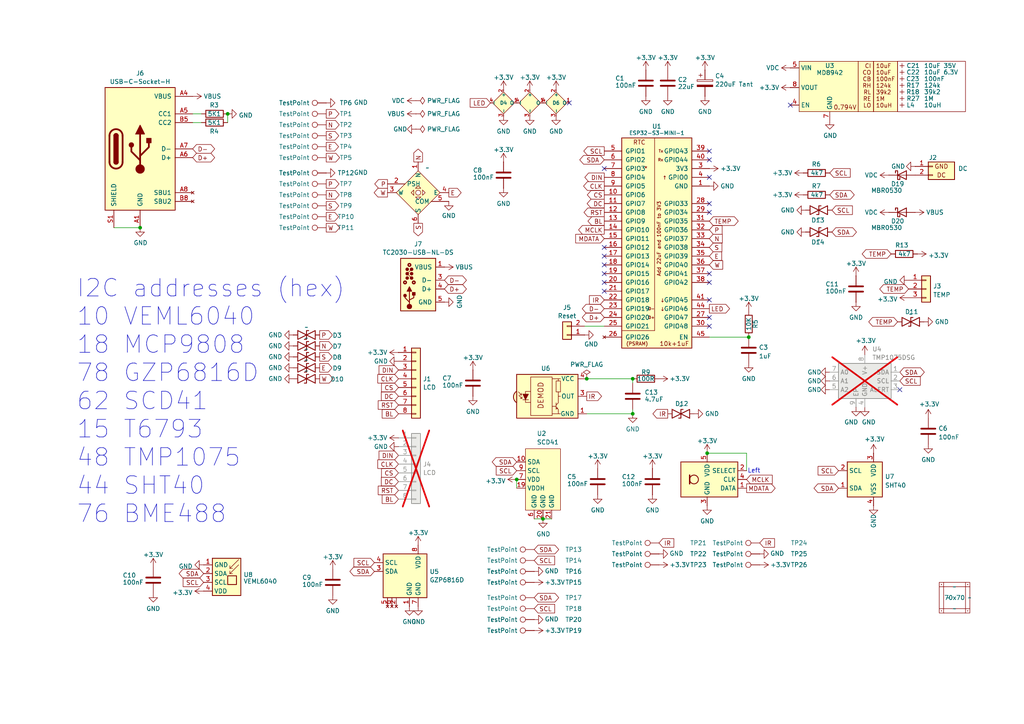
<source format=kicad_sch>
(kicad_sch (version 20250114) (generator "eeschema") (generator_version "9.0")
  (paper "A4")
  (title_block (title "Remote") (company "Adrian Kennard / Andrews & Arnold Ltd") (comment 1 "@TheRealRevK") (comment 2 "www.me.uk"))
  (text "I2C addresses (hex)\n10 VEML6040\n18 MCP9808\n78 GZP6816D\n62 SCD41\n15 T6793\n48 TMP1075\n44 SHT40\n76 BME488" (at 22.098 80.772 0) (effects (font (size 5.08 5.08)) (justify left top)))
  (text "Left" (at 218.694 136.652 0) (effects (font (size 1.27 1.27))))
  (junction (at 205.105 131.445))
  (junction (at 149.86 139.065))
  (junction (at 170.18 109.855))
  (junction (at 40.64 66.04))
  (junction (at 183.515 109.855))
  (junction (at 157.48 150.495))
  (junction (at 183.515 120.015))
  (junction (at 66.04 33.02))
  (junction (at 217.17 97.79))
  (no_connect (at 205.74 94.615))
  (no_connect (at 205.74 86.995))
  (no_connect (at 175.26 81.915))
  (no_connect (at 175.26 79.375))
  (no_connect (at 175.26 71.755))
  (no_connect (at 175.26 84.455))
  (no_connect (at 205.74 43.815))
  (no_connect (at 205.74 46.355))
  (no_connect (at 175.26 76.835))
  (no_connect (at 205.74 51.435))
  (no_connect (at 175.26 48.895))
  (no_connect (at 260.985 113.03))
  (no_connect (at 205.74 81.915))
  (no_connect (at 205.74 59.055))
  (no_connect (at 205.74 79.375))
  (no_connect (at 165.1 29.845))
  (no_connect (at 205.74 92.075))
  (no_connect (at 205.74 61.595))
  (no_connect (at 175.26 74.295))
  (no_connect (at 229.235 30.48))
  (wire (pts (xy 55.88 33.02) (xy 58.42 33.02)))
  (wire (pts (xy 66.04 33.02) (xy 66.04 35.56)))
  (wire (pts (xy 216.535 136.525) (xy 216.535 131.445)))
  (wire (pts (xy 205.74 97.79) (xy 217.17 97.79)))
  (wire (pts (xy 169.545 94.615) (xy 175.26 94.615)))
  (wire (pts (xy 183.515 118.745) (xy 183.515 120.015)))
  (wire (pts (xy 183.515 120.015) (xy 170.18 120.015)))
  (wire (pts (xy 33.02 66.04) (xy 40.64 66.04)))
  (wire (pts (xy 170.18 109.855) (xy 183.515 109.855)))
  (wire (pts (xy 149.86 139.065) (xy 149.86 141.605)))
  (wire (pts (xy 216.535 131.445) (xy 205.105 131.445)))
  (wire (pts (xy 55.88 35.56) (xy 58.42 35.56)))
  (wire (pts (xy 183.515 111.125) (xy 183.515 109.855)))
  (wire (pts (xy 157.48 150.495) (xy 160.02 150.495)))
  (wire (pts (xy 154.94 150.495) (xy 157.48 150.495)))
  (global_label "S" (shape output) (at 92.71 103.505 0) (property "Intersheetrefs" "${INTERSHEET_REFS}" (effects (hide yes))))
  (global_label "P" (shape output) (at 112.395 53.34 180) (property "Intersheetrefs" "${INTERSHEET_REFS}" (effects (hide yes))))
  (global_label "SCL" (shape input) (at 154.94 176.53 0) (property "Intersheetrefs" "${INTERSHEET_REFS}" (effects (hide yes))))
  (global_label "TEMP" (shape bidirectional) (at 263.525 83.82 180) (property "Intersheetrefs" "${INTERSHEET_REFS}" (effects (hide yes))))
  (global_label "RST" (shape output) (at 175.26 61.595 180) (property "Intersheetrefs" "${INTERSHEET_REFS}" (effects (hide yes))))
  (global_label "SCL" (shape output) (at 175.26 43.815 180) (property "Intersheetrefs" "${INTERSHEET_REFS}" (effects (hide yes))))
  (global_label "SCL" (shape input) (at 108.585 163.195 180) (property "Intersheetrefs" "${INTERSHEET_REFS}" (effects (hide yes))))
  (global_label "E" (shape output) (at 92.71 106.68 0) (property "Intersheetrefs" "${INTERSHEET_REFS}" (effects (hide yes))))
  (global_label "BL" (shape output) (at 175.26 64.135 180) (property "Intersheetrefs" "${INTERSHEET_REFS}" (effects (hide yes))))
  (global_label "MCLK" (shape input) (at 216.535 139.065 0) (property "Intersheetrefs" "${INTERSHEET_REFS}" (effects (hide yes))))
  (global_label "BL" (shape input) (at 115.57 120.015 180) (property "Intersheetrefs" "${INTERSHEET_REFS}" (effects (hide yes))))
  (global_label "TEMP" (shape bidirectional) (at 205.74 64.135 0) (property "Intersheetrefs" "${INTERSHEET_REFS}" (effects (hide yes))))
  (global_label "DIN" (shape output) (at 175.26 51.435 180) (property "Intersheetrefs" "${INTERSHEET_REFS}" (effects (hide yes))))
  (global_label "MCLK" (shape output) (at 175.26 66.675 180) (property "Intersheetrefs" "${INTERSHEET_REFS}" (effects (hide yes))))
  (global_label "CS" (shape input) (at 115.57 112.395 180) (property "Intersheetrefs" "${INTERSHEET_REFS}" (effects (hide yes))))
  (global_label "LED" (shape output) (at 205.74 89.535 0) (property "Intersheetrefs" "${INTERSHEET_REFS}" (effects (hide yes))))
  (global_label "D-" (shape bidirectional) (at 55.88 43.18 0) (property "Intersheetrefs" "${INTERSHEET_REFS}" (effects (hide yes))))
  (global_label "E" (shape input) (at 205.74 74.295 0) (property "Intersheetrefs" "${INTERSHEET_REFS}" (effects (hide yes))))
  (global_label "E" (shape output) (at 130.175 55.88 0) (property "Intersheetrefs" "${INTERSHEET_REFS}" (effects (hide yes))))
  (global_label "S" (shape output) (at 94.615 59.69 0) (property "Intersheetrefs" "${INTERSHEET_REFS}" (effects (hide yes))))
  (global_label "D+" (shape bidirectional) (at 175.26 92.075 180) (property "Intersheetrefs" "${INTERSHEET_REFS}" (effects (hide yes))))
  (global_label "D+" (shape bidirectional) (at 128.905 83.82 0) (property "Intersheetrefs" "${INTERSHEET_REFS}" (effects (hide yes))))
  (global_label "IR" (shape output) (at 193.675 120.015 180) (property "Intersheetrefs" "${INTERSHEET_REFS}" (effects (hide yes))))
  (global_label "IR" (shape input) (at 191.135 157.48 0) (property "Intersheetrefs" "${INTERSHEET_REFS}" (effects (hide yes))))
  (global_label "E" (shape output) (at 94.615 62.865 0) (property "Intersheetrefs" "${INTERSHEET_REFS}" (effects (hide yes))))
  (global_label "IR" (shape input) (at 220.345 157.48 0) (property "Intersheetrefs" "${INTERSHEET_REFS}" (effects (hide yes))))
  (global_label "S" (shape input) (at 205.74 71.755 0) (property "Intersheetrefs" "${INTERSHEET_REFS}" (effects (hide yes))))
  (global_label "N" (shape output) (at 94.615 56.515 0) (property "Intersheetrefs" "${INTERSHEET_REFS}" (effects (hide yes))))
  (global_label "P" (shape output) (at 94.615 33.02 0) (property "Intersheetrefs" "${INTERSHEET_REFS}" (effects (hide yes))))
  (global_label "W" (shape output) (at 92.71 109.855 0) (property "Intersheetrefs" "${INTERSHEET_REFS}" (effects (hide yes))))
  (global_label "S" (shape output) (at 94.615 39.37 0) (property "Intersheetrefs" "${INTERSHEET_REFS}" (effects (hide yes))))
  (global_label "DC" (shape output) (at 175.26 59.055 180) (property "Intersheetrefs" "${INTERSHEET_REFS}" (effects (hide yes))))
  (global_label "CS" (shape input) (at 115.57 137.16 180) (property "Intersheetrefs" "${INTERSHEET_REFS}" (effects (hide yes))))
  (global_label "SDA" (shape bidirectional) (at 59.055 166.37 180) (property "Intersheetrefs" "${INTERSHEET_REFS}" (effects (hide yes))))
  (global_label "SDA" (shape bidirectional) (at 240.665 56.515 0) (property "Intersheetrefs" "${INTERSHEET_REFS}" (effects (hide yes))))
  (global_label "N" (shape output) (at 121.285 46.99 90) (property "Intersheetrefs" "${INTERSHEET_REFS}" (effects (hide yes))))
  (global_label "LED" (shape input) (at 142.24 29.845 180) (property "Intersheetrefs" "${INTERSHEET_REFS}" (effects (hide yes))))
  (global_label "IR" (shape input) (at 175.26 86.995 180) (property "Intersheetrefs" "${INTERSHEET_REFS}" (effects (hide yes))))
  (global_label "SCL" (shape input) (at 260.985 110.49 0) (property "Intersheetrefs" "${INTERSHEET_REFS}" (effects (hide yes))))
  (global_label "DIN" (shape input) (at 115.57 107.315 180) (property "Intersheetrefs" "${INTERSHEET_REFS}" (effects (hide yes))))
  (global_label "P" (shape input) (at 205.74 66.675 0) (property "Intersheetrefs" "${INTERSHEET_REFS}" (effects (hide yes))))
  (global_label "W" (shape output) (at 112.395 55.88 180) (property "Intersheetrefs" "${INTERSHEET_REFS}" (effects (hide yes))))
  (global_label "IR" (shape output) (at 170.18 114.935 0) (property "Intersheetrefs" "${INTERSHEET_REFS}" (effects (hide yes))))
  (global_label "SDA" (shape bidirectional) (at 260.985 107.95 0) (property "Intersheetrefs" "${INTERSHEET_REFS}" (effects (hide yes))))
  (global_label "SCL" (shape input) (at 240.665 50.165 0) (property "Intersheetrefs" "${INTERSHEET_REFS}" (effects (hide yes))))
  (global_label "MDATA" (shape input) (at 175.26 69.215 180) (property "Intersheetrefs" "${INTERSHEET_REFS}" (effects (hide yes))))
  (global_label "DC" (shape input) (at 115.57 114.935 180) (property "Intersheetrefs" "${INTERSHEET_REFS}" (effects (hide yes))))
  (global_label "S" (shape output) (at 121.285 64.77 270) (property "Intersheetrefs" "${INTERSHEET_REFS}" (effects (hide yes))))
  (global_label "E" (shape output) (at 94.615 42.545 0) (property "Intersheetrefs" "${INTERSHEET_REFS}" (effects (hide yes))))
  (global_label "RST" (shape input) (at 115.57 142.24 180) (property "Intersheetrefs" "${INTERSHEET_REFS}" (effects (hide yes))))
  (global_label "SCL" (shape input) (at 149.86 136.525 180) (property "Intersheetrefs" "${INTERSHEET_REFS}" (effects (hide yes))))
  (global_label "SCL" (shape input) (at 59.055 168.91 180) (property "Intersheetrefs" "${INTERSHEET_REFS}" (effects (hide yes))))
  (global_label "CLK" (shape input) (at 115.57 134.62 180) (property "Intersheetrefs" "${INTERSHEET_REFS}" (effects (hide yes))))
  (global_label "W" (shape input) (at 205.74 76.835 0) (property "Intersheetrefs" "${INTERSHEET_REFS}" (effects (hide yes))))
  (global_label "TEMP" (shape bidirectional) (at 260.35 93.345 180) (property "Intersheetrefs" "${INTERSHEET_REFS}" (effects (hide yes))))
  (global_label "RST" (shape input) (at 115.57 117.475 180) (property "Intersheetrefs" "${INTERSHEET_REFS}" (effects (hide yes))))
  (global_label "DC" (shape input) (at 115.57 139.7 180) (property "Intersheetrefs" "${INTERSHEET_REFS}" (effects (hide yes))))
  (global_label "SCL" (shape input) (at 243.205 136.525 180) (property "Intersheetrefs" "${INTERSHEET_REFS}" (effects (hide yes))))
  (global_label "SDA" (shape bidirectional) (at 154.94 159.385 0) (property "Intersheetrefs" "${INTERSHEET_REFS}" (effects (hide yes))))
  (global_label "N" (shape output) (at 92.71 100.33 0) (property "Intersheetrefs" "${INTERSHEET_REFS}" (effects (hide yes))))
  (global_label "P" (shape output) (at 94.615 53.34 0) (property "Intersheetrefs" "${INTERSHEET_REFS}" (effects (hide yes))))
  (global_label "SDA" (shape bidirectional) (at 108.585 165.735 180) (property "Intersheetrefs" "${INTERSHEET_REFS}" (effects (hide yes))))
  (global_label "SCL" (shape input) (at 154.94 162.56 0) (property "Intersheetrefs" "${INTERSHEET_REFS}" (effects (hide yes))))
  (global_label "N" (shape input) (at 205.74 69.215 0) (property "Intersheetrefs" "${INTERSHEET_REFS}" (effects (hide yes))))
  (global_label "SDA" (shape bidirectional) (at 243.205 141.605 180) (property "Intersheetrefs" "${INTERSHEET_REFS}" (effects (hide yes))))
  (global_label "D-" (shape bidirectional) (at 128.905 81.28 0) (property "Intersheetrefs" "${INTERSHEET_REFS}" (effects (hide yes))))
  (global_label "D-" (shape bidirectional) (at 175.26 89.535 180) (property "Intersheetrefs" "${INTERSHEET_REFS}" (effects (hide yes))))
  (global_label "TEMP" (shape bidirectional) (at 258.445 73.66 180) (property "Intersheetrefs" "${INTERSHEET_REFS}" (effects (hide yes))))
  (global_label "W" (shape output) (at 94.615 45.72 0) (property "Intersheetrefs" "${INTERSHEET_REFS}" (effects (hide yes))))
  (global_label "MDATA" (shape output) (at 216.535 141.605 0) (property "Intersheetrefs" "${INTERSHEET_REFS}" (effects (hide yes))))
  (global_label "SDA" (shape bidirectional) (at 154.94 173.355 0) (property "Intersheetrefs" "${INTERSHEET_REFS}" (effects (hide yes))))
  (global_label "CS" (shape output) (at 175.26 56.515 180) (property "Intersheetrefs" "${INTERSHEET_REFS}" (effects (hide yes))))
  (global_label "BL" (shape input) (at 115.57 144.78 180) (property "Intersheetrefs" "${INTERSHEET_REFS}" (effects (hide yes))))
  (global_label "SDA" (shape bidirectional) (at 175.26 46.355 180) (property "Intersheetrefs" "${INTERSHEET_REFS}" (effects (hide yes))))
  (global_label "DIN" (shape input) (at 115.57 132.08 180) (property "Intersheetrefs" "${INTERSHEET_REFS}" (effects (hide yes))))
  (global_label "CLK" (shape output) (at 175.26 53.975 180) (property "Intersheetrefs" "${INTERSHEET_REFS}" (effects (hide yes))))
  (global_label "SDA" (shape bidirectional) (at 241.3 67.31 0) (property "Intersheetrefs" "${INTERSHEET_REFS}" (effects (hide yes))))
  (global_label "N" (shape output) (at 94.615 36.195 0) (property "Intersheetrefs" "${INTERSHEET_REFS}" (effects (hide yes))))
  (global_label "P" (shape output) (at 92.71 97.155 0) (property "Intersheetrefs" "${INTERSHEET_REFS}" (effects (hide yes))))
  (global_label "W" (shape output) (at 94.615 66.04 0) (property "Intersheetrefs" "${INTERSHEET_REFS}" (effects (hide yes))))
  (global_label "SDA" (shape bidirectional) (at 149.86 133.985 180) (property "Intersheetrefs" "${INTERSHEET_REFS}" (effects (hide yes))))
  (global_label "D+" (shape bidirectional) (at 55.88 45.72 0) (property "Intersheetrefs" "${INTERSHEET_REFS}" (effects (hide yes))))
  (global_label "SCL" (shape input) (at 241.3 60.96 0) (property "Intersheetrefs" "${INTERSHEET_REFS}" (effects (hide yes))))
  (global_label "CLK" (shape input) (at 115.57 109.855 180) (property "Intersheetrefs" "${INTERSHEET_REFS}" (effects (hide yes))))
  (symbol (lib_id "power:GND") (at 40.64 66.04 0) (unit 1)
    (property "Reference" "#PWR03" (effects (hide yes)))
    (property "Value" "GND" (at 40.767 70.4342 0))
    (property "Description" "Power symbol creates a global label with name \"GND\" , ground" (effects (hide yes)))
  )
  (symbol (lib_id "power:GND") (at 157.48 150.495 0) (unit 1)
    (property "Reference" "#PWR07" (effects (hide yes)))
    (property "Value" "GND" (at 157.607 154.8892 0))
    (property "Description" "Power symbol creates a global label with name \"GND\" , ground" (effects (hide yes)))
  )
  (symbol (lib_id "Device:R") (at 62.23 35.56 90) (unit 1)
    (property "Reference" "R4" (at 63.5 38.1 90) (effects (justify left)))
    (property "Value" "5K1" (at 64.135 35.56 90) (effects (justify left)))
    (property "Footprint" "RevK:R_0402" (effects (hide yes)))
    (property "Description" "Resistor" (effects (hide yes)))
    (property "MPN" "C25905" (effects (hide yes)))
  )
  (symbol (lib_id "Device:R") (at 62.23 33.02 90) (unit 1)
    (property "Reference" "R3" (at 63.5 30.48 90) (effects (justify left)))
    (property "Value" "5K1" (at 64.135 33.02 90) (effects (justify left)))
    (property "Footprint" "RevK:R_0402" (effects (hide yes)))
    (property "Description" "Resistor" (effects (hide yes)))
    (property "MPN" "C25905" (effects (hide yes)))
  )
  (symbol (lib_id "power:+3.3V") (at 146.05 26.035 0) (unit 1)
    (property "Reference" "#PWR018" (effects (hide yes)))
    (property "Value" "+3.3V" (at 146.05 22.4592 0))
    (property "Description" "Power symbol creates a global label with name \"+3.3V\"" (effects (hide yes)))
  )
  (symbol (lib_id "power:+3.3V") (at 204.47 20.32 0) (unit 1)
    (property "Reference" "#PWR025" (effects (hide yes)))
    (property "Value" "+3.3V" (at 204.47 16.7442 0))
    (property "Description" "Power symbol creates a global label with name \"+3.3V\"" (effects (hide yes)))
  )
  (symbol (lib_id "RevK:MD89420-RegBlock") (at 240.665 25.4 0) (unit 1)
    (property "Reference" "U3" (at 240.665 19.05 0))
    (property "Value" "MD8942" (at 240.665 21.098 0))
    (property "Footprint" "RevK:SOT-23-6-MD8942" (effects (hide yes)))
    (property "Datasheet" "https://datasheet.lcsc.com/lcsc/2101111937_Shanghai-Mingda-Microelectronics-MD8942_C2684786.pdf" (effects (hide yes)))
    (property "Description" "Regulator and associated components." (effects (hide yes)))
    (property "MPN" "C2684786" (effects (hide yes)))
  )
  (symbol (lib_id "Device:C") (at 193.675 24.13 0) (unit 1)
    (property "Reference" "C2" (at 196.596 23.106 0) (effects (justify left)))
    (property "Value" "22uF" (at 196.596 25.154 0) (effects (justify left)))
    (property "Footprint" "RevK:C_0402" (effects (hide yes)))
    (property "Description" "Unpolarized capacitor" (effects (hide yes)))
  )
  (symbol (lib_id "RevK:PowerIn") (at 270.51 48.26 0) (unit 1)
    (property "Reference" "J2" (at 271.78 45.72 0) (effects (justify right)))
    (property "Value" "DC" (at 280.67 48.895 0) (effects (justify right)))
    (property "Footprint" "RevK:WAGO-2060-452-998-404" (effects (hide yes)))
    (property "MPN" "C2765055" (effects (hide yes)))
  )
  (symbol (lib_id "Connector:TestPoint") (at 154.94 162.56 90) (unit 1) (in_bom no)
    (property "Reference" "TP14" (at 166.37 162.56 90))
    (property "Value" "TestPoint" (at 145.669 162.56 90))
    (property "Footprint" "RevK:TestPad" (effects (hide yes)))
    (property "Description" "test point" (effects (hide yes)))
  )
  (symbol (lib_id "power:+3.3V") (at 59.055 171.45 90) (unit 1)
    (property "Reference" "#PWR0104" (effects (hide yes)))
    (property "Value" "+3.3V" (at 55.88 171.8838 90) (effects (justify left)))
    (property "Description" "Power symbol creates a global label with name \"+3.3V\"" (effects (hide yes)))
  )
  (symbol (lib_id "Device:C") (at 189.23 139.7 0) (unit 1)
    (property "Reference" "C12" (at 180.34 138.287 0) (effects (justify left)))
    (property "Value" "100nF" (at 180.34 140.335 0) (effects (justify left)))
    (property "Footprint" "RevK:C_0402" (effects (hide yes)))
    (property "Description" "Unpolarized capacitor" (effects (hide yes)))
  )
  (symbol (lib_id "power:+3.3V") (at 253.365 131.445 0) (unit 1)
    (property "Reference" "#PWR0121" (effects (hide yes)))
    (property "Value" "+3.3V" (at 250.698 127.381 0) (effects (justify left)))
    (property "Description" "Power symbol creates a global label with name \"+3.3V\"" (effects (hide yes)))
  )
  (symbol (lib_id "power:+3.3V") (at 161.29 26.035 0) (unit 1)
    (property "Reference" "#PWR033" (effects (hide yes)))
    (property "Value" "+3.3V" (at 161.29 22.4592 0))
    (property "Description" "Power symbol creates a global label with name \"+3.3V\"" (effects (hide yes)))
  )
  (symbol (lib_id "RevK:VCUT") (at 273.685 173.355 90) (unit 1) (exclude_from_sim yes) (in_bom no)
    (property "Reference" "V3" (effects (hide yes)))
    (property "Value" "~" (at 274.32 173.355 90) (effects (justify right)))
    (property "Footprint" "RevK:VCUT70" (effects (hide yes)))
  )
  (symbol (lib_id "power:+3.3V") (at 233.045 56.515 90) (unit 1)
    (property "Reference" "#PWR037" (effects (hide yes)))
    (property "Value" "+3.3V" (at 229.87 56.515 90) (effects (justify left)))
    (property "Description" "Power symbol creates a global label with name \"+3.3V\"" (effects (hide yes)))
  )
  (symbol (lib_id "power:GND") (at 248.285 118.11 0) (unit 1)
    (property "Reference" "#PWR0119" (effects (hide yes)))
    (property "Value" "GND" (at 246.888 122.428 0))
    (property "Description" "Power symbol creates a global label with name \"GND\" , ground" (effects (hide yes)))
  )
  (symbol (lib_id "RevK:Hidden") (at 261.62 22.86 90) (unit 1)
    (property "Reference" "C23" (at 266.7 22.86 90) (effects (justify left)))
    (property "Value" "100nF" (at 267.97 22.86 90) (effects (justify right)))
    (property "Footprint" "RevK:C_0603_" (effects (hide yes)))
  )
  (symbol (lib_id "power:PWR_FLAG") (at 120.65 37.465 270) (unit 1)
    (property "Reference" "#FLG02" (effects (hide yes)))
    (property "Value" "PWR_FLAG" (at 123.825 37.465 90) (effects (justify left)))
    (property "Description" "Special symbol for telling ERC where power comes from" (effects (hide yes)))
  )
  (symbol (lib_id "RevK:ES05D1MC10") (at 88.9 109.855 0) (unit 1)
    (property "Reference" "D10" (at 97.79 109.982 0))
    (property "Value" "~" (at 88.9 107.6079 0))
    (property "Footprint" "RevK:DFN1006-2L" (effects (hide yes)))
    (property "MPN" "C5137770" (effects (hide yes)))
  )
  (symbol (lib_id "Diode:1N5819") (at 261.62 50.8 0) (unit 1)
    (property "Reference" "D19" (at 260.35 53.34 0))
    (property "Value" "MBR0530" (at 257.175 55.245 0))
    (property "Footprint" "RevK:D_SOD-123" (effects (hide yes)))
    (property "MPN" "C5204746" (effects (hide yes)))
  )
  (symbol (lib_id "power:VDC") (at 257.81 50.8 90) (unit 1)
    (property "Reference" "#PWR04" (effects (hide yes)))
    (property "Value" "VDC" (at 254.635 50.8 90) (effects (justify left)))
    (property "Description" "Power symbol creates a global label with name \"VDC\"" (effects (hide yes)))
  )
  (symbol (lib_id "Device:R") (at 236.855 50.165 90) (unit 1)
    (property "Reference" "R6" (at 238.125 47.625 90) (effects (justify left)))
    (property "Value" "4k7" (at 238.76 50.165 90) (effects (justify left)))
    (property "Footprint" "RevK:R_0402" (effects (hide yes)))
    (property "Description" "Resistor" (effects (hide yes)))
    (property "MPN" "C25900" (effects (hide yes)))
  )
  (symbol (lib_id "power:GND") (at 253.365 146.685 0) (unit 1)
    (property "Reference" "#PWR0120" (effects (hide yes)))
    (property "Value" "GND" (at 253.365 151.1284 90))
    (property "Description" "Power symbol creates a global label with name \"GND\" , ground" (effects (hide yes)))
  )
  (symbol (lib_id "power:GND") (at 263.525 81.28 270) (unit 1)
    (property "Reference" "#PWR022" (effects (hide yes)))
    (property "Value" "GND" (at 260.3501 81.7138 90) (effects (justify right)))
    (property "Description" "Power symbol creates a global label with name \"GND\" , ground" (effects (hide yes)))
  )
  (symbol (lib_id "power:VDC") (at 120.65 29.21 90) (unit 1)
    (property "Reference" "#PWR041" (effects (hide yes)))
    (property "Value" "VDC" (at 117.475 29.21 90) (effects (justify left)))
    (property "Description" "Power symbol creates a global label with name \"VDC\"" (effects (hide yes)))
  )
  (symbol (lib_id "power:GND") (at 240.665 34.925 0) (unit 1)
    (property "Reference" "#PWR028" (effects (hide yes)))
    (property "Value" "GND" (at 240.792 39.3192 0))
    (property "Description" "Power symbol creates a global label with name \"GND\" , ground" (effects (hide yes)))
  )
  (symbol (lib_id "power:GND") (at 233.68 67.31 270) (unit 1)
    (property "Reference" "#PWR083" (effects (hide yes)))
    (property "Value" "GND" (at 230.505 67.31 90) (effects (justify right)))
    (property "Description" "Power symbol creates a global label with name \"GND\" , ground" (effects (hide yes)))
  )
  (symbol (lib_id "Sensor_Temperature:TMP1075DSG") (at 250.825 110.49 0) (unit 1) (in_bom no) (on_board no) (dnp yes)
    (property "Reference" "U4" (at 252.9683 101.2655 0) (effects (justify left)))
    (property "Value" "TMP1075DSG" (at 252.9683 103.6898 0) (effects (justify left)))
    (property "Footprint" "RevK:WSON-8-1EP_2x2mm_P0.5mm_EP0.9x1.6mm_ThermalVias-Side" (effects (hide yes)))
    (property "Datasheet" "https://www.ti.com/lit/gpn/tmp1075" (effects (hide yes)))
    (property "Description" "I2C-bus digital temperature sensor and thermal watchdog, WSON-8" (effects (hide yes)))
    (property "MPN" "C2870250" (effects (hide yes)))
  )
  (symbol (lib_id "RevK:ES05D1MC10") (at 237.49 60.96 180) (unit 1)
    (property "Reference" "D13" (at 237.236 63.881 0))
    (property "Value" "~" (at 237.49 63.2071 0))
    (property "Footprint" "RevK:DFN1006-2L" (effects (hide yes)))
    (property "MPN" "C5137770" (effects (hide yes)))
  )
  (symbol (lib_id "power:+3.3V") (at 233.045 50.165 90) (unit 1)
    (property "Reference" "#PWR036" (effects (hide yes)))
    (property "Value" "+3.3V" (at 229.87 50.165 90) (effects (justify left)))
    (property "Description" "Power symbol creates a global label with name \"+3.3V\"" (effects (hide yes)))
  )
  (symbol (lib_id "power:GND") (at 240.665 110.49 270) (unit 1)
    (property "Reference" "#PWR0115" (effects (hide yes)))
    (property "Value" "GND" (at 236.2216 110.49 90))
    (property "Description" "Power symbol creates a global label with name \"GND\" , ground" (effects (hide yes)))
  )
  (symbol (lib_id "Connector:TestPoint") (at 191.135 160.655 90) (unit 1) (in_bom no)
    (property "Reference" "TP22" (at 202.565 160.655 90))
    (property "Value" "TestPoint" (at 181.864 160.655 90))
    (property "Footprint" "RevK:TestPadSquare" (effects (hide yes)))
    (property "Description" "test point" (effects (hide yes)))
  )
  (symbol (lib_id "RevK:ES05D1MC10") (at 237.49 67.31 180) (unit 1)
    (property "Reference" "D14" (at 237.236 70.231 0))
    (property "Value" "~" (at 237.49 69.5571 0))
    (property "Footprint" "RevK:DFN1006-2L" (effects (hide yes)))
    (property "MPN" "C5137770" (effects (hide yes)))
  )
  (symbol (lib_id "RevK:WS2812B-1mm") (at 146.05 29.845 0) (mirror x) (unit 1)
    (property "Reference" "D4" (at 146.05 29.845 0) (effects (font (size 1 1))))
    (property "Value" "XL-1010RGBC-WS2812B" (effects (hide yes)))
    (property "Footprint" "RevK:SMD1010-Side" (effects (hide yes)))
    (property "Datasheet" "https://datasheet.lcsc.com/lcsc/2301111010_XINGLIGHT-XL-1010RGBC-WS2812B_C5349953.pdf" (effects (hide yes)))
    (property "Description" "RGB LED with integrated controller" (effects (hide yes)))
    (property "MPN" "C5349953" (effects (hide yes)))
  )
  (symbol (lib_id "power:+3.3V") (at 149.86 139.065 90) (unit 1)
    (property "Reference" "#PWR05" (effects (hide yes)))
    (property "Value" "+3.3V" (at 146.685 139.4988 90) (effects (justify left)))
    (property "Description" "Power symbol creates a global label with name \"+3.3V\"" (effects (hide yes)))
  )
  (symbol (lib_id "power:GND") (at 191.135 160.655 90) (unit 1)
    (property "Reference" "#PWR071" (effects (hide yes)))
    (property "Value" "GND" (at 196.215 160.528 90))
    (property "Description" "Power symbol creates a global label with name \"GND\" , ground" (effects (hide yes)))
  )
  (symbol (lib_id "power:+3.3V") (at 137.16 107.315 0) (unit 1)
    (property "Reference" "#PWR044" (effects (hide yes)))
    (property "Value" "+3.3V" (at 137.16 103.7392 0))
    (property "Description" "Power symbol creates a global label with name \"+3.3V\"" (effects (hide yes)))
  )
  (symbol (lib_id "power:GND") (at 233.68 60.96 270) (unit 1)
    (property "Reference" "#PWR082" (effects (hide yes)))
    (property "Value" "GND" (at 230.505 60.96 90) (effects (justify right)))
    (property "Description" "Power symbol creates a global label with name \"GND\" , ground" (effects (hide yes)))
  )
  (symbol (lib_id "Connector_Generic:Conn_01x03") (at 268.605 83.82 0) (unit 1)
    (property "Reference" "J3" (at 270.637 82.9853 0) (effects (justify left)))
    (property "Value" "TEMP" (at 270.637 85.5222 0) (effects (justify left)))
    (property "Footprint" "RevK:WAGO-2060-453-998-404" (effects (hide yes)))
    (property "Description" "Generic connector, single row, 01x03, script generated (kicad-library-utils/schlib/autogen/connector/)" (effects (hide yes)))
    (property "MPN" "C2765056" (effects (hide yes)))
  )
  (symbol (lib_id "power:+3.3V") (at 191.135 109.855 270) (unit 1)
    (property "Reference" "#PWR075" (effects (hide yes)))
    (property "Value" "+3.3V" (at 194.183 109.855 90) (effects (justify left)))
    (property "Description" "Power symbol creates a global label with name \"+3.3V\"" (effects (hide yes)))
  )
  (symbol (lib_id "power:GND") (at 115.57 129.54 270) (unit 1)
    (property "Reference" "#PWR011" (effects (hide yes)))
    (property "Value" "GND" (at 110.49 129.54 90))
    (property "Description" "Power symbol creates a global label with name \"GND\" , ground" (effects (hide yes)))
  )
  (symbol (lib_id "Connector:TestPoint") (at 94.615 53.34 90) (unit 1) (in_bom no)
    (property "Reference" "TP7" (at 100.33 53.34 90))
    (property "Value" "TestPoint" (at 85.344 53.34 90))
    (property "Footprint" "RevK:TestPad" (effects (hide yes)))
    (property "Description" "test point" (effects (hide yes)))
  )
  (symbol (lib_id "power:+3.3V") (at 269.24 121.285 0) (unit 1)
    (property "Reference" "#PWR0117" (effects (hide yes)))
    (property "Value" "+3.3V" (at 266.573 117.221 0) (effects (justify left)))
    (property "Description" "Power symbol creates a global label with name \"+3.3V\"" (effects (hide yes)))
  )
  (symbol (lib_id "RevK:VCUT") (at 276.86 176.53 0) (unit 1) (exclude_from_sim yes) (in_bom no)
    (property "Reference" "V2" (effects (hide yes)))
    (property "Value" "~" (at 276.86 176.53 0))
    (property "Footprint" "RevK:VCUT70" (effects (hide yes)))
  )
  (symbol (lib_id "power:GND") (at 115.57 104.775 270) (unit 1)
    (property "Reference" "#PWR030" (effects (hide yes)))
    (property "Value" "GND" (at 110.49 104.775 90))
    (property "Description" "Power symbol creates a global label with name \"GND\" , ground" (effects (hide yes)))
  )
  (symbol (lib_id "Device:R") (at 262.255 73.66 90) (unit 1)
    (property "Reference" "R13" (at 263.525 71.12 90) (effects (justify left)))
    (property "Value" "4k7" (at 264.16 73.66 90) (effects (justify left)))
    (property "Footprint" "RevK:R_0402" (effects (hide yes)))
    (property "Description" "Resistor" (effects (hide yes)))
    (property "MPN" "C25900" (effects (hide yes)))
  )
  (symbol (lib_id "RevK:IRM-H638T/TR2") (at 160.02 114.935 0) (unit 1)
    (property "Reference" "U6" (at 158.285 106.8649 0))
    (property "Value" "IRM-H638T/TR2" (effects (hide yes)))
    (property "Footprint" "RevK:SMD-4P,4x5mm" (effects (hide yes)))
    (property "Datasheet" "https://www.lcsc.com/datasheet/lcsc_datasheet_1810121714_Everlight-Elec-IRM-H638T-TR2_C91447.pdf" (effects (hide yes)))
    (property "Description" "IR Receiver Modules for Data Transmission" (effects (hide yes)))
    (property "MPN" "C91447" (effects (hide yes)))
  )
  (symbol (lib_id "RevK:WS2812B-1mm") (at 161.29 29.845 0) (mirror x) (unit 1)
    (property "Reference" "D6" (at 161.29 29.845 0) (effects (font (size 1 1))))
    (property "Value" "XL-1010RGBC-WS2812B" (effects (hide yes)))
    (property "Footprint" "RevK:SMD1010-Side" (effects (hide yes)))
    (property "Datasheet" "https://datasheet.lcsc.com/lcsc/2301111010_XINGLIGHT-XL-1010RGBC-WS2812B_C5349953.pdf" (effects (hide yes)))
    (property "Description" "RGB LED with integrated controller" (effects (hide yes)))
    (property "MPN" "C5349953" (effects (hide yes)))
  )
  (symbol (lib_id "Device:C") (at 96.52 168.91 0) (unit 1)
    (property "Reference" "C9" (at 87.63 167.497 0) (effects (justify left)))
    (property "Value" "100nF" (at 87.63 169.545 0) (effects (justify left)))
    (property "Footprint" "RevK:C_0402" (effects (hide yes)))
    (property "Description" "Unpolarized capacitor" (effects (hide yes)))
  )
  (symbol (lib_id "Device:C") (at 217.17 101.6 0) (unit 1)
    (property "Reference" "C3" (at 220.091 100.7653 0) (effects (justify left)))
    (property "Value" "1uF" (at 220.091 103.3022 0) (effects (justify left)))
    (property "Footprint" "RevK:C_0402" (effects (hide yes)))
    (property "Description" "Unpolarized capacitor" (effects (hide yes)))
  )
  (symbol (lib_id "Device:C") (at 44.45 168.275 0) (unit 1)
    (property "Reference" "C10" (at 35.56 166.862 0) (effects (justify left)))
    (property "Value" "100nF" (at 35.56 168.91 0) (effects (justify left)))
    (property "Footprint" "RevK:C_0402" (effects (hide yes)))
    (property "Description" "Unpolarized capacitor" (effects (hide yes)))
  )
  (symbol (lib_id "power:GND") (at 205.74 53.975 90) (unit 1)
    (property "Reference" "#PWR015" (effects (hide yes)))
    (property "Value" "GND" (at 208.915 53.975 90) (effects (justify right)))
    (property "Description" "Power symbol creates a global label with name \"GND\" , ground" (effects (hide yes)))
  )
  (symbol (lib_id "power:GND") (at 161.29 33.655 0) (unit 1)
    (property "Reference" "#PWR057" (effects (hide yes)))
    (property "Value" "GND" (at 161.29 38.0984 0))
    (property "Description" "Power symbol creates a global label with name \"GND\" , ground" (effects (hide yes)))
  )
  (symbol (lib_id "power:+3.3V") (at 154.94 168.91 270) (unit 1)
    (property "Reference" "#PWR065" (effects (hide yes)))
    (property "Value" "+3.3V" (at 157.988 168.91 90) (effects (justify left)))
    (property "Description" "Power symbol creates a global label with name \"+3.3V\"" (effects (hide yes)))
  )
  (symbol (lib_id "power:GND") (at 169.545 97.155 90) (unit 1)
    (property "Reference" "#PWR020" (effects (hide yes)))
    (property "Value" "GND" (at 169.418 99.822 90) (effects (justify right)))
    (property "Description" "Power symbol creates a global label with name \"GND\" , ground" (effects (hide yes)))
  )
  (symbol (lib_id "power:VBUS") (at 120.65 33.02 90) (unit 1)
    (property "Reference" "#PWR040" (effects (hide yes)))
    (property "Value" "VBUS" (at 117.475 33.02 90) (effects (justify left)))
    (property "Description" "Power symbol creates a global label with name \"VBUS\"" (effects (hide yes)))
  )
  (symbol (lib_id "Connector:TestPoint") (at 94.615 50.165 90) (unit 1) (in_bom no)
    (property "Reference" "TP12" (at 100.33 50.165 90))
    (property "Value" "TestPoint" (at 85.344 50.165 90))
    (property "Footprint" "RevK:TestPadSquare" (effects (hide yes)))
    (property "Description" "test point" (effects (hide yes)))
  )
  (symbol (lib_id "power:+3.3V") (at 263.525 86.36 90) (unit 1)
    (property "Reference" "#PWR023" (effects (hide yes)))
    (property "Value" "+3.3V" (at 260.35 86.7938 90) (effects (justify left)))
    (property "Description" "Power symbol creates a global label with name \"+3.3V\"" (effects (hide yes)))
  )
  (symbol (lib_id "RevK:ES05D1MC10") (at 197.485 120.015 0) (unit 1)
    (property "Reference" "D12" (at 197.739 117.094 0))
    (property "Value" "~" (at 197.485 117.7679 0))
    (property "Footprint" "RevK:DFN1006-2L" (effects (hide yes)))
    (property "MPN" "C5137770" (effects (hide yes)))
  )
  (symbol (lib_id "power:GND") (at 59.055 163.83 270) (unit 1)
    (property "Reference" "#PWR0105" (effects (hide yes)))
    (property "Value" "GND" (at 55.8801 164.2638 90) (effects (justify right)))
    (property "Description" "Power symbol creates a global label with name \"GND\" , ground" (effects (hide yes)))
  )
  (symbol (lib_id "Connector:TestPoint") (at 154.94 182.88 90) (unit 1) (in_bom no)
    (property "Reference" "TP19" (at 166.37 182.88 90))
    (property "Value" "TestPoint" (at 145.669 182.88 90))
    (property "Footprint" "RevK:TestPad" (effects (hide yes)))
    (property "Description" "test point" (effects (hide yes)))
  )
  (symbol (lib_id "power:GND") (at 94.615 50.165 90) (unit 1)
    (property "Reference" "#PWR064" (effects (hide yes)))
    (property "Value" "GND" (at 102.616 50.038 90) (effects (justify right)))
    (property "Description" "Power symbol creates a global label with name \"GND\" , ground" (effects (hide yes)))
  )
  (symbol (lib_id "Connector:TestPoint") (at 154.94 165.735 90) (unit 1) (in_bom no)
    (property "Reference" "TP16" (at 166.37 165.735 90))
    (property "Value" "TestPoint" (at 145.669 165.735 90))
    (property "Footprint" "RevK:TestPadSquare" (effects (hide yes)))
    (property "Description" "test point" (effects (hide yes)))
  )
  (symbol (lib_id "Connector:TestPoint") (at 154.94 179.705 90) (unit 1) (in_bom no)
    (property "Reference" "TP20" (at 166.37 179.705 90))
    (property "Value" "TestPoint" (at 145.669 179.705 90))
    (property "Footprint" "RevK:TestPadSquare" (effects (hide yes)))
    (property "Description" "test point" (effects (hide yes)))
  )
  (symbol (lib_id "power:+3.3V") (at 115.57 102.235 90) (unit 1)
    (property "Reference" "#PWR029" (effects (hide yes)))
    (property "Value" "+3.3V" (at 112.395 102.235 90) (effects (justify left)))
    (property "Description" "Power symbol creates a global label with name \"+3.3V\"" (effects (hide yes)))
  )
  (symbol (lib_id "power:GND") (at 146.05 33.655 0) (unit 1)
    (property "Reference" "#PWR019" (effects (hide yes)))
    (property "Value" "GND" (at 146.05 38.0984 0))
    (property "Description" "Power symbol creates a global label with name \"GND\" , ground" (effects (hide yes)))
  )
  (symbol (lib_id "power:GND") (at 66.04 33.02 90) (unit 1)
    (property "Reference" "#PWR06" (effects (hide yes)))
    (property "Value" "GND" (at 69.215 33.4538 90) (effects (justify right)))
    (property "Description" "Power symbol creates a global label with name \"GND\" , ground" (effects (hide yes)))
  )
  (symbol (lib_id "power:GND") (at 85.09 109.855 270) (unit 1)
    (property "Reference" "#PWR079" (effects (hide yes)))
    (property "Value" "GND" (at 81.9151 109.855 90) (effects (justify right)))
    (property "Description" "Power symbol creates a global label with name \"GND\" , ground" (effects (hide yes)))
  )
  (symbol (lib_id "Device:C") (at 187.325 24.13 0) (unit 1)
    (property "Reference" "C1" (at 178.435 22.717 0) (effects (justify left)))
    (property "Value" "100nF" (at 178.435 24.765 0) (effects (justify left)))
    (property "Footprint" "RevK:C_0402" (effects (hide yes)))
    (property "Description" "Unpolarized capacitor" (effects (hide yes)))
  )
  (symbol (lib_id "RevK:Hidden") (at 261.62 19.05 0) (unit 1)
    (property "Reference" "C21" (at 262.89 19.05 0) (effects (justify left)))
    (property "Value" "10uF 35V" (at 267.97 19.05 0) (effects (justify left)))
    (property "Footprint" "RevK:C_0603_" (effects (hide yes)))
    (property "MPN" "C194427" (effects (hide yes)))
  )
  (symbol (lib_id "power:GND") (at 220.345 160.655 90) (unit 1)
    (property "Reference" "#PWR073" (effects (hide yes)))
    (property "Value" "GND" (at 225.425 160.528 90))
    (property "Description" "Power symbol creates a global label with name \"GND\" , ground" (effects (hide yes)))
  )
  (symbol (lib_id "power:GND") (at 154.94 165.735 90) (unit 1)
    (property "Reference" "#PWR066" (effects (hide yes)))
    (property "Value" "GND" (at 160.02 165.608 90))
    (property "Description" "Power symbol creates a global label with name \"GND\" , ground" (effects (hide yes)))
  )
  (symbol (lib_id "power:GND") (at 154.94 179.705 90) (unit 1)
    (property "Reference" "#PWR068" (effects (hide yes)))
    (property "Value" "GND" (at 160.02 179.578 90))
    (property "Description" "Power symbol creates a global label with name \"GND\" , ground" (effects (hide yes)))
  )
  (symbol (lib_id "Diode:1N5819") (at 261.62 61.595 0) (unit 1)
    (property "Reference" "D20" (at 260.35 64.135 0))
    (property "Value" "MBR0530" (at 257.175 66.04 0))
    (property "Footprint" "RevK:D_SOD-123" (effects (hide yes)))
    (property "MPN" "C5204746" (effects (hide yes)))
  )
  (symbol (lib_id "RevK:SCD41") (at 157.48 139.065 0) (unit 1)
    (property "Reference" "U2" (at 155.702 125.73 0) (effects (justify left)))
    (property "Value" "SCD41" (at 155.702 128.2669 0) (effects (justify left)))
    (property "Footprint" "RevK:SCD41" (effects (hide yes)))
    (property "Datasheet" "https://www.mouser.co.uk/datasheet/2/682/Sensirion_CO2_Sensors_SCD4x_Datasheet-2321195.pdf" (effects (hide yes)))
    (property "Description" "CO2 sensor" (effects (hide yes)))
    (property "MPN" "C3659294" (effects (hide yes)))
  )
  (symbol (lib_id "power:GND") (at 146.05 54.61 0) (unit 1)
    (property "Reference" "#PWR047" (effects (hide yes)))
    (property "Value" "GND" (at 146.05 59.0534 0))
    (property "Description" "Power symbol creates a global label with name \"GND\" , ground" (effects (hide yes)))
  )
  (symbol (lib_id "power:GND") (at 44.45 172.085 0) (unit 1)
    (property "Reference" "#PWR054" (effects (hide yes)))
    (property "Value" "GND" (at 44.45 176.5284 0))
    (property "Description" "Power symbol creates a global label with name \"GND\" , ground" (effects (hide yes)))
  )
  (symbol (lib_id "power:GND") (at 193.675 27.94 0) (unit 1)
    (property "Reference" "#PWR013" (effects (hide yes)))
    (property "Value" "GND" (at 193.675 32.3834 0))
    (property "Description" "Power symbol creates a global label with name \"GND\" , ground" (effects (hide yes)))
  )
  (symbol (lib_id "Connector:TestPoint") (at 94.615 42.545 90) (unit 1) (in_bom no)
    (property "Reference" "TP4" (at 100.33 42.545 90))
    (property "Value" "TestPoint" (at 85.344 42.545 90))
    (property "Footprint" "RevK:TestPad" (effects (hide yes)))
    (property "Description" "test point" (effects (hide yes)))
  )
  (symbol (lib_id "RevK:GZP6816D") (at 118.745 168.275 0) (unit 1)
    (property "Reference" "U5" (at 124.587 165.7928 0) (effects (justify left)))
    (property "Value" "GZP6816D" (at 124.587 168.2171 0) (effects (justify left)))
    (property "Footprint" "RevK:Bosch_LGA-8_2x2.5mm_P0.65mm_ClockwisePinNumbering" (effects (hide yes)))
    (property "Datasheet" "https://ae-bst.resource.bosch.com/media/_tech/media/datasheets/BST-BMP280-DS001.pdf" (effects (hide yes)))
    (property "Description" "Absolute Barometric Pressure Sensor, LGA-8" (effects (hide yes)))
    (property "MPN" "C3038127" (effects (hide yes)))
    (property "Rotation Offset" "-90" (effects (hide yes)))
  )
  (symbol (lib_id "power:GND") (at 265.43 48.26 270) (unit 1)
    (property "Reference" "#PWR0107" (effects (hide yes)))
    (property "Value" "GND" (at 258.445 48.26 90) (effects (justify left)))
    (property "Description" "Power symbol creates a global label with name \"GND\" , ground" (effects (hide yes)))
  )
  (symbol (lib_id "RevK:T3902_MEMS_Mic") (at 205.105 139.065 0) (unit 1)
    (property "Reference" "T1" (effects (hide yes)))
    (property "Value" "T3902_MEMS_Mic" (effects (hide yes)))
    (property "Footprint" "RevK:T3902_MEMS_Mic" (effects (hide yes)))
    (property "Datasheet" "https://www.lcsc.com/datasheet/lcsc_datasheet_2401291125_TDK-InvenSense-MMICT390200012_C3171752.pdf" (effects (hide yes)))
    (property "Description" "I2S Microphone" (effects (hide yes)))
    (property "MPN" "C3171752" (effects (hide yes)))
  )
  (symbol (lib_id "power:+3.3V") (at 266.065 73.66 270) (unit 1)
    (property "Reference" "#PWR024" (effects (hide yes)))
    (property "Value" "+3.3V" (at 269.24 74.0938 90) (effects (justify left)))
    (property "Description" "Power symbol creates a global label with name \"+3.3V\"" (effects (hide yes)))
  )
  (symbol (lib_id "power:GND") (at 128.905 87.63 90) (unit 1)
    (property "Reference" "#PWR010" (effects (hide yes)))
    (property "Value" "GND" (at 133.2992 87.503 0))
    (property "Description" "Power symbol creates a global label with name \"GND\" , ground" (effects (hide yes)))
  )
  (symbol (lib_id "power:+3.3V") (at 173.355 135.89 0) (unit 1)
    (property "Reference" "#PWR042" (effects (hide yes)))
    (property "Value" "+3.3V" (at 173.355 132.3142 0))
    (property "Description" "Power symbol creates a global label with name \"+3.3V\"" (effects (hide yes)))
  )
  (symbol (lib_id "power:+3.3V") (at 229.235 25.4 90) (unit 1)
    (property "Reference" "#PWR027" (effects (hide yes)))
    (property "Value" "+3.3V" (at 226.06 25.4 90) (effects (justify left)))
    (property "Description" "Power symbol creates a global label with name \"+3.3V\"" (effects (hide yes)))
  )
  (symbol (lib_id "Connector_Generic:Conn_01x08") (at 120.65 134.62 0) (unit 1) (in_bom no) (dnp yes)
    (property "Reference" "J4" (at 122.682 134.6778 0) (effects (justify left)))
    (property "Value" "LCD" (at 122.682 137.1021 0) (effects (justify left)))
    (property "Footprint" "RevK:PinHeader_1x08_P2.54mm_Vertical" (effects (hide yes)))
    (property "Description" "Generic connector, single row, 01x08, script generated (kicad-library-utils/schlib/autogen/connector/)" (effects (hide yes)))
    (property "MPN" "C42380985" (effects (hide yes)))
  )
  (symbol (lib_id "power:GND") (at 85.09 100.33 270) (unit 1)
    (property "Reference" "#PWR076" (effects (hide yes)))
    (property "Value" "GND" (at 81.9151 100.33 90) (effects (justify right)))
    (property "Description" "Power symbol creates a global label with name \"GND\" , ground" (effects (hide yes)))
  )
  (symbol (lib_id "Device:C") (at 269.24 125.095 0) (unit 1)
    (property "Reference" "C6" (at 272.161 124.2603 0) (effects (justify left)))
    (property "Value" "100nF" (at 272.161 126.7972 0) (effects (justify left)))
    (property "Footprint" "RevK:C_0402" (effects (hide yes)))
    (property "Description" "Unpolarized capacitor" (effects (hide yes)))
  )
  (symbol (lib_id "Connector:TestPoint") (at 94.615 59.69 90) (unit 1) (in_bom no)
    (property "Reference" "TP9" (at 100.33 59.69 90))
    (property "Value" "TestPoint" (at 85.344 59.69 90))
    (property "Footprint" "RevK:TestPad" (effects (hide yes)))
    (property "Description" "test point" (effects (hide yes)))
  )
  (symbol (lib_name "TC2030-USB-NL_1") (lib_id "RevK:TC2030-USB-NL") (at 121.285 82.55 0) (unit 1) (in_bom no)
    (property "Reference" "J7" (at 121.285 70.7855 0))
    (property "Value" "TC2030-USB-NL-DS" (at 121.285 73.2098 0))
    (property "Footprint" "RevK:Tag-Connect_TC2030-IDC-NL_2x03_P1.27mm_Vertical" (effects (hide yes)))
    (property "Description" "TC2030-USB-NL" (effects (hide yes)))
  )
  (symbol (lib_id "RevK:VCUT") (at 280.035 173.355 270) (unit 1) (exclude_from_sim yes) (in_bom no)
    (property "Reference" "V4" (effects (hide yes)))
    (property "Value" "~" (at 280.67 173.355 90) (effects (justify left)))
    (property "Footprint" "RevK:VCUT70" (effects (hide yes)))
  )
  (symbol (lib_id "power:+3.3V") (at 248.285 80.01 0) (unit 1)
    (property "Reference" "#PWR055" (effects (hide yes)))
    (property "Value" "+3.3V" (at 248.285 76.4342 0))
    (property "Description" "Power symbol creates a global label with name \"+3.3V\"" (effects (hide yes)))
  )
  (symbol (lib_id "Device:C") (at 183.515 114.935 0) (unit 1)
    (property "Reference" "C13" (at 186.944 113.792 0) (effects (justify left)))
    (property "Value" "4.7uF" (at 186.944 115.824 0) (effects (justify left)))
    (property "Footprint" "RevK:C_0402" (effects (hide yes)))
    (property "MPN" "C23733" (effects (hide yes)))
  )
  (symbol (lib_id "Connector:TestPoint") (at 94.615 36.195 90) (unit 1) (in_bom no)
    (property "Reference" "TP2" (at 100.33 36.195 90))
    (property "Value" "TestPoint" (at 85.344 36.195 90))
    (property "Footprint" "RevK:TestPad" (effects (hide yes)))
    (property "Description" "test point" (effects (hide yes)))
  )
  (symbol (lib_id "power:+3.3V") (at 115.57 127 90) (unit 1)
    (property "Reference" "#PWR026" (effects (hide yes)))
    (property "Value" "+3.3V" (at 112.395 127 90) (effects (justify left)))
    (property "Description" "Power symbol creates a global label with name \"+3.3V\"" (effects (hide yes)))
  )
  (symbol (lib_id "Connector:TestPoint") (at 220.345 163.83 90) (unit 1) (in_bom no)
    (property "Reference" "TP26" (at 231.775 163.83 90))
    (property "Value" "TestPoint" (at 211.074 163.83 90))
    (property "Footprint" "RevK:TestPad" (effects (hide yes)))
    (property "Description" "test point" (effects (hide yes)))
  )
  (symbol (lib_id "Device:R") (at 236.855 56.515 90) (unit 1)
    (property "Reference" "R7" (at 238.125 53.975 90) (effects (justify left)))
    (property "Value" "4k7" (at 238.76 56.515 90) (effects (justify left)))
    (property "Footprint" "RevK:R_0402" (effects (hide yes)))
    (property "Description" "Resistor" (effects (hide yes)))
    (property "MPN" "C25900" (effects (hide yes)))
  )
  (symbol (lib_id "power:GND") (at 240.665 113.03 270) (unit 1)
    (property "Reference" "#PWR0116" (effects (hide yes)))
    (property "Value" "GND" (at 236.2216 113.03 90))
    (property "Description" "Power symbol creates a global label with name \"GND\" , ground" (effects (hide yes)))
  )
  (symbol (lib_id "power:GND") (at 85.09 106.68 270) (unit 1)
    (property "Reference" "#PWR078" (effects (hide yes)))
    (property "Value" "GND" (at 81.9151 106.68 90) (effects (justify right)))
    (property "Description" "Power symbol creates a global label with name \"GND\" , ground" (effects (hide yes)))
  )
  (symbol (lib_id "power:GND") (at 248.285 87.63 0) (unit 1)
    (property "Reference" "#PWR056" (effects (hide yes)))
    (property "Value" "GND" (at 248.285 92.0734 0))
    (property "Description" "Power symbol creates a global label with name \"GND\" , ground" (effects (hide yes)))
  )
  (symbol (lib_id "power:+3.3V") (at 146.05 46.99 0) (unit 1)
    (property "Reference" "#PWR046" (effects (hide yes)))
    (property "Value" "+3.3V" (at 146.05 43.4142 0))
    (property "Description" "Power symbol creates a global label with name \"+3.3V\"" (effects (hide yes)))
  )
  (symbol (lib_id "Connector:TestPoint") (at 191.135 157.48 90) (unit 1) (in_bom no)
    (property "Reference" "TP21" (at 202.565 157.48 90))
    (property "Value" "TestPoint" (at 181.864 157.48 90))
    (property "Footprint" "RevK:TestPad" (effects (hide yes)))
    (property "Description" "test point" (effects (hide yes)))
  )
  (symbol (lib_id "power:VBUS") (at 55.88 27.94 270) (unit 1)
    (property "Reference" "#PWR039" (effects (hide yes)))
    (property "Value" "VBUS" (at 59.055 27.94 90) (effects (justify left)))
    (property "Description" "Power symbol creates a global label with name \"VBUS\"" (effects (hide yes)))
  )
  (symbol (lib_id "RevK:PCB") (at 276.86 173.355 0) (unit 1) (in_bom no)
    (property "Reference" "PCB1" (effects (hide yes)))
    (property "Value" "70x70" (at 276.86 173.355 0))
    (property "Footprint" "RevK:PCB7070" (effects (hide yes)))
  )
  (symbol (lib_id "Device:C_Polarized") (at 204.47 24.13 0) (unit 1)
    (property "Reference" "C4" (at 207.391 22.0288 0) (effects (justify left)))
    (property "Value" "220uF Tant" (at 207.391 24.4531 0) (effects (justify left)))
    (property "Footprint" "RevK:CP_EIA-3528-21_Kemet-B" (effects (hide yes)))
    (property "Description" "Polarized capacitor" (effects (hide yes)))
    (property "MPN" "C122649" (effects (hide yes)))
  )
  (symbol (lib_id "RevK:Hidden") (at 261.62 28.575 0) (unit 1)
    (property "Reference" "R27" (at 262.89 28.575 0) (effects (justify left)))
    (property "Value" "1M" (at 267.97 28.575 0) (effects (justify left)))
    (property "Footprint" "RevK:R_0402_" (effects (hide yes)))
    (property "MPN" "C26083" (effects (hide yes)))
  )
  (symbol (lib_id "RevK:WS2812B-1mm") (at 153.67 29.845 0) (mirror x) (unit 1)
    (property "Reference" "D5" (effects (hide yes)))
    (property "Value" "XL-1010RGBC-WS2812B" (effects (hide yes)))
    (property "Footprint" "RevK:SMD1010-Side" (effects (hide yes)))
    (property "Datasheet" "https://datasheet.lcsc.com/lcsc/2301111010_XINGLIGHT-XL-1010RGBC-WS2812B_C5349953.pdf" (effects (hide yes)))
    (property "Description" "RGB LED with integrated controller" (effects (hide yes)))
    (property "MPN" "C5349953" (effects (hide yes)))
  )
  (symbol (lib_id "Device:R") (at 187.325 109.855 90) (unit 1)
    (property "Reference" "R9" (at 187.325 107.95 90))
    (property "Value" "100R" (at 187.325 109.855 90))
    (property "Footprint" "RevK:R_0402" (effects (hide yes)))
    (property "Description" "Resistor" (effects (hide yes)))
    (property "MPN" "C25076" (effects (hide yes)))
  )
  (symbol (lib_id "Device:C") (at 173.355 139.7 0) (unit 1)
    (property "Reference" "C5" (at 164.465 138.287 0) (effects (justify left)))
    (property "Value" "100nF" (at 164.465 140.335 0) (effects (justify left)))
    (property "Footprint" "RevK:C_0402" (effects (hide yes)))
    (property "Description" "Unpolarized capacitor" (effects (hide yes)))
  )
  (symbol (lib_id "power:GND") (at 121.285 175.895 0) (unit 1)
    (property "Reference" "#PWR052" (effects (hide yes)))
    (property "Value" "GND" (at 121.285 180.3384 0))
    (property "Description" "Power symbol creates a global label with name \"GND\" , ground" (effects (hide yes)))
  )
  (symbol (lib_id "RevK:Hidden") (at 261.62 20.955 0) (unit 1)
    (property "Reference" "C22" (at 262.89 20.955 0) (effects (justify left)))
    (property "Value" "10uF 6.3V" (at 267.97 20.955 0) (effects (justify left)))
    (property "Footprint" "RevK:C_0603_" (effects (hide yes)))
    (property "MPN" "C1691" (effects (hide yes)))
  )
  (symbol (lib_id "Connector:TestPoint") (at 94.615 66.04 90) (unit 1) (in_bom no)
    (property "Reference" "TP11" (at 100.33 66.04 90))
    (property "Value" "TestPoint" (at 85.344 66.04 90))
    (property "Footprint" "RevK:TestPad" (effects (hide yes)))
    (property "Description" "test point" (effects (hide yes)))
  )
  (symbol (lib_id "RevK:Hidden") (at 261.62 24.765 0) (unit 1)
    (property "Reference" "R17" (at 264.795 24.765 0))
    (property "Value" "124k" (at 267.97 24.765 0) (effects (justify left)))
    (property "Footprint" "RevK:R_0402_" (effects (hide yes)))
    (property "MPN" "C2933070" (effects (hide yes)))
  )
  (symbol (lib_id "power:GND") (at 118.745 175.895 0) (unit 1)
    (property "Reference" "#PWR051" (effects (hide yes)))
    (property "Value" "GND" (at 118.745 180.3384 0))
    (property "Description" "Power symbol creates a global label with name \"GND\" , ground" (effects (hide yes)))
  )
  (symbol (lib_id "RevK:ES05D1MC10") (at 88.9 103.505 0) (unit 1)
    (property "Reference" "D8" (at 97.79 103.632 0))
    (property "Value" "~" (at 88.9 101.2579 0))
    (property "Footprint" "RevK:DFN1006-2L" (effects (hide yes)))
    (property "MPN" "C5137770" (effects (hide yes)))
  )
  (symbol (lib_id "power:GND") (at 130.175 58.42 0) (unit 1)
    (property "Reference" "#PWR059" (effects (hide yes)))
    (property "Value" "GND" (at 130.175 62.5531 0))
    (property "Description" "Power symbol creates a global label with name \"GND\" , ground" (effects (hide yes)))
  )
  (symbol (lib_id "RevK:Switch-Nav5") (at 121.285 55.88 0) (unit 1)
    (property "Reference" "SW1" (effects (hide yes)))
    (property "Value" "~" (at 123.4283 48.6798 0) (effects (justify left)))
    (property "Footprint" "RevK:Switch-Nav5" (effects (hide yes)))
    (property "MPN" "C145900" (effects (hide yes)))
  )
  (symbol (lib_id "power:GND") (at 153.67 33.655 0) (unit 1)
    (property "Reference" "#PWR032" (effects (hide yes)))
    (property "Value" "GND" (at 153.67 38.0984 0))
    (property "Description" "Power symbol creates a global label with name \"GND\" , ground" (effects (hide yes)))
  )
  (symbol (lib_id "RevK:USB-C-Socket-H") (at 40.64 43.18 0) (unit 1)
    (property "Reference" "J6" (at 40.64 21.2555 0))
    (property "Value" "USB-C-Socket-H" (at 40.64 23.6798 0))
    (property "Footprint" "RevK:USB-C-Socket-H" (effects (hide yes)))
    (property "Description" "USB 2.0-only Type-C Receptacle connector" (effects (hide yes)))
    (property "MPN" "C709357" (effects (hide yes)))
  )
  (symbol (lib_id "Connector:TestPoint") (at 94.615 62.865 90) (unit 1) (in_bom no)
    (property "Reference" "TP10" (at 100.33 62.865 90))
    (property "Value" "TestPoint" (at 85.344 62.865 90))
    (property "Footprint" "RevK:TestPad" (effects (hide yes)))
    (property "Description" "test point" (effects (hide yes)))
  )
  (symbol (lib_id "power:GND") (at 96.52 172.72 0) (unit 1)
    (property "Reference" "#PWR049" (effects (hide yes)))
    (property "Value" "GND" (at 96.52 177.1634 0))
    (property "Description" "Power symbol creates a global label with name \"GND\" , ground" (effects (hide yes)))
  )
  (symbol (lib_id "Connector:TestPoint") (at 154.94 173.355 90) (unit 1) (in_bom no)
    (property "Reference" "TP17" (at 166.37 173.355 90))
    (property "Value" "TestPoint" (at 145.669 173.355 90))
    (property "Footprint" "RevK:TestPad" (effects (hide yes)))
    (property "Description" "test point" (effects (hide yes)))
  )
  (symbol (lib_id "power:GND") (at 204.47 27.94 0) (unit 1)
    (property "Reference" "#PWR035" (effects (hide yes)))
    (property "Value" "GND" (at 204.47 32.3834 0))
    (property "Description" "Power symbol creates a global label with name \"GND\" , ground" (effects (hide yes)))
  )
  (symbol (lib_id "power:VBUS") (at 128.905 77.47 270) (unit 1)
    (property "Reference" "#PWR038" (effects (hide yes)))
    (property "Value" "VBUS" (at 132.08 77.47 90) (effects (justify left)))
    (property "Description" "Power symbol creates a global label with name \"VBUS\"" (effects (hide yes)))
  )
  (symbol (lib_id "Device:R") (at 217.17 93.98 0) (unit 1)
    (property "Reference" "R5" (at 219.075 93.98 90))
    (property "Value" "10K" (at 217.17 93.98 90))
    (property "Footprint" "RevK:R_0402" (effects (hide yes)))
    (property "Description" "Resistor" (effects (hide yes)))
    (property "MPN" "C25744" (effects (hide yes)))
  )
  (symbol (lib_id "RevK:VEML6040") (at 66.04 167.005 0) (unit 1)
    (property "Reference" "U8" (at 70.612 166.6788 0) (effects (justify left)))
    (property "Value" "VEML6040" (at 70.612 168.5998 0) (effects (justify left)))
    (property "Footprint" "RevK:VEML6040-Side" (effects (hide yes)))
    (property "Datasheet" "https://datasheet.lcsc.com/lcsc/1811101814_Vishay-Intertech-VEML6040A3OG_C78465.pdf" (effects (hide yes)))
    (property "MPN" "C78465" (effects (hide yes)))
  )
  (symbol (lib_id "power:GND") (at 250.825 118.11 0) (unit 1)
    (property "Reference" "#PWR0112" (effects (hide yes)))
    (property "Value" "GND" (at 251.968 122.428 0))
    (property "Description" "Power symbol creates a global label with name \"GND\" , ground" (effects (hide yes)))
  )
  (symbol (lib_id "power:GND") (at 85.09 103.505 270) (unit 1)
    (property "Reference" "#PWR077" (effects (hide yes)))
    (property "Value" "GND" (at 81.9151 103.505 90) (effects (justify right)))
    (property "Description" "Power symbol creates a global label with name \"GND\" , ground" (effects (hide yes)))
  )
  (symbol (lib_id "RevK:ESP32-S3-MINI-1-N4R2") (at 190.5 70.485 0) (unit 1)
    (property "Reference" "U1" (at 190.5 36.6482 0))
    (property "Value" "ESP32-S3-MINI-1" (at 190.5 38.5846 0) (effects (font (size 1.1 1.1))))
    (property "Footprint" "RevK:ESP32-S3-MINI-1" (effects (hide yes)))
    (property "Datasheet" "https://www.espressif.com/sites/default/files/documentation/esp32-s3-mini-1_mini-1u_datasheet_en.pdf" (effects (hide yes)))
    (property "Description" "ESP32S3" (effects (hide yes)))
    (property "MPN" "C3013941" (effects (hide yes)))
  )
  (symbol (lib_id "RevK:ES05D1MC10") (at 264.16 93.345 0) (unit 1)
    (property "Reference" "D11" (at 264.414 90.424 0))
    (property "Value" "~" (at 264.16 91.0979 0))
    (property "Footprint" "RevK:DFN1006-2L" (effects (hide yes)))
    (property "MPN" "C5137770" (effects (hide yes)))
  )
  (symbol (lib_id "power:VBUS") (at 265.43 61.595 270) (unit 1)
    (property "Reference" "#PWR01" (effects (hide yes)))
    (property "Value" "VBUS" (at 268.605 61.595 90) (effects (justify left)))
    (property "Description" "Power symbol creates a global label with name \"VBUS\"" (effects (hide yes)))
  )
  (symbol (lib_id "power:+3.3V") (at 220.345 163.83 270) (unit 1)
    (property "Reference" "#PWR074" (effects (hide yes)))
    (property "Value" "+3.3V" (at 223.393 163.83 90) (effects (justify left)))
    (property "Description" "Power symbol creates a global label with name \"+3.3V\"" (effects (hide yes)))
  )
  (symbol (lib_id "power:+3.3V") (at 187.325 20.32 0) (unit 1)
    (property "Reference" "#PWR08" (effects (hide yes)))
    (property "Value" "+3.3V" (at 187.325 16.7442 0))
    (property "Description" "Power symbol creates a global label with name \"+3.3V\"" (effects (hide yes)))
  )
  (symbol (lib_id "Connector:TestPoint") (at 220.345 160.655 90) (unit 1) (in_bom no)
    (property "Reference" "TP25" (at 231.775 160.655 90))
    (property "Value" "TestPoint" (at 211.074 160.655 90))
    (property "Footprint" "RevK:TestPadSquare" (effects (hide yes)))
    (property "Description" "test point" (effects (hide yes)))
  )
  (symbol (lib_id "power:GND") (at 183.515 120.015 0) (unit 1)
    (property "Reference" "#PWR069" (effects (hide yes)))
    (property "Value" "GND" (at 183.515 124.4584 0))
    (property "Description" "Power symbol creates a global label with name \"GND\" , ground" (effects (hide yes)))
  )
  (symbol (lib_id "power:GND") (at 201.295 120.015 90) (unit 1)
    (property "Reference" "#PWR081" (effects (hide yes)))
    (property "Value" "GND" (at 204.47 120.015 90) (effects (justify right)))
    (property "Description" "Power symbol creates a global label with name \"GND\" , ground" (effects (hide yes)))
  )
  (symbol (lib_id "power:GND") (at 189.23 143.51 0) (unit 1)
    (property "Reference" "#PWR060" (effects (hide yes)))
    (property "Value" "GND" (at 189.23 147.9534 0))
    (property "Description" "Power symbol creates a global label with name \"GND\" , ground" (effects (hide yes)))
  )
  (symbol (lib_id "power:+3.3V") (at 250.825 102.87 0) (unit 1)
    (property "Reference" "#PWR0113" (effects (hide yes)))
    (property "Value" "+3.3V" (at 248.158 98.806 0) (effects (justify left)))
    (property "Description" "Power symbol creates a global label with name \"+3.3V\"" (effects (hide yes)))
  )
  (symbol (lib_id "Connector:TestPoint") (at 94.615 45.72 90) (unit 1) (in_bom no)
    (property "Reference" "TP5" (at 100.33 45.72 90))
    (property "Value" "TestPoint" (at 85.344 45.72 90))
    (property "Footprint" "RevK:TestPad" (effects (hide yes)))
    (property "Description" "test point" (effects (hide yes)))
  )
  (symbol (lib_id "power:GND") (at 187.325 27.94 0) (unit 1)
    (property "Reference" "#PWR09" (effects (hide yes)))
    (property "Value" "GND" (at 187.325 32.3834 0))
    (property "Description" "Power symbol creates a global label with name \"GND\" , ground" (effects (hide yes)))
  )
  (symbol (lib_id "power:+3.3V") (at 205.74 48.895 270) (unit 1)
    (property "Reference" "#PWR014" (effects (hide yes)))
    (property "Value" "+3.3V" (at 208.915 48.895 90) (effects (justify left)))
    (property "Description" "Power symbol creates a global label with name \"+3.3V\"" (effects (hide yes)))
  )
  (symbol (lib_id "power:GND") (at 205.105 146.685 0) (unit 1)
    (property "Reference" "#PWR062" (effects (hide yes)))
    (property "Value" "GND" (at 205.105 151.1284 0))
    (property "Description" "Power symbol creates a global label with name \"GND\" , ground" (effects (hide yes)))
  )
  (symbol (lib_id "power:VDC") (at 257.81 61.595 90) (unit 1)
    (property "Reference" "#PWR034" (effects (hide yes)))
    (property "Value" "VDC" (at 254.635 61.595 90) (effects (justify left)))
    (property "Description" "Power symbol creates a global label with name \"VDC\"" (effects (hide yes)))
  )
  (symbol (lib_id "Connector_Generic:Conn_01x02") (at 164.465 97.155 180) (unit 1) (in_bom no)
    (property "Reference" "J5" (at 164.465 89.2005 0))
    (property "Value" "Reset" (at 164.465 91.6248 0))
    (property "Footprint" "RevK:AA-Pad" (effects (hide yes)))
    (property "Description" "Generic connector, single row, 01x02, script generated (kicad-library-utils/schlib/autogen/connector/)" (effects (hide yes)))
  )
  (symbol (lib_id "Connector_Generic:Conn_01x08") (at 120.65 109.855 0) (unit 1)
    (property "Reference" "J1" (at 122.682 109.9128 0) (effects (justify left)))
    (property "Value" "LCD" (at 122.682 112.3371 0) (effects (justify left)))
    (property "Footprint" "RevK:LCD2" (effects (hide yes)))
    (property "Description" "Generic connector, single row, 01x08, script generated (kicad-library-utils/schlib/autogen/connector/)" (effects (hide yes)))
    (property "MPN" "C42380985" (effects (hide yes)))
    (property "Rotation Offset" "90" (effects (hide yes)))
  )
  (symbol (lib_id "Connector:TestPoint") (at 94.615 33.02 90) (unit 1) (in_bom no)
    (property "Reference" "TP1" (at 100.33 33.02 90))
    (property "Value" "TestPoint" (at 85.344 33.02 90))
    (property "Footprint" "RevK:TestPad" (effects (hide yes)))
    (property "Description" "test point" (effects (hide yes)))
  )
  (symbol (lib_id "power:+3.3V") (at 205.105 131.445 0) (unit 1)
    (property "Reference" "#PWR061" (effects (hide yes)))
    (property "Value" "+3.3V" (at 205.105 127.8692 0))
    (property "Description" "Power symbol creates a global label with name \"+3.3V\"" (effects (hide yes)))
  )
  (symbol (lib_id "RevK:SHT40") (at 250.825 139.065 0) (unit 1)
    (property "Reference" "U7" (at 256.667 138.2303 0) (effects (justify left)))
    (property "Value" "SHT40" (at 256.667 140.7672 0) (effects (justify left)))
    (property "Footprint" "RevK:Sensirion_DFN-4_1.5x1.5mm_P0.5mm_SHT4x" (effects (hide yes)))
    (property "Datasheet" "https://sensirion.com/media/documents/33FD6951/624C4357/Datasheet_SHT4x.pdf" (effects (hide yes)))
    (property "MPN" "C2909890" (effects (hide yes)))
  )
  (symbol (lib_id "power:GND") (at 240.665 107.95 270) (unit 1)
    (property "Reference" "#PWR0114" (effects (hide yes)))
    (property "Value" "GND" (at 236.2216 107.95 90))
    (property "Description" "Power symbol creates a global label with name \"GND\" , ground" (effects (hide yes)))
  )
  (symbol (lib_id "power:+3.3V") (at 44.45 164.465 0) (unit 1)
    (property "Reference" "#PWR053" (effects (hide yes)))
    (property "Value" "+3.3V" (at 44.45 160.8892 0))
    (property "Description" "Power symbol creates a global label with name \"+3.3V\"" (effects (hide yes)))
  )
  (symbol (lib_id "power:PWR_FLAG") (at 120.65 29.21 270) (unit 1)
    (property "Reference" "#FLG04" (effects (hide yes)))
    (property "Value" "PWR_FLAG" (at 123.825 29.21 90) (effects (justify left)))
    (property "Description" "Special symbol for telling ERC where power comes from" (effects (hide yes)))
  )
  (symbol (lib_id "Connector:TestPoint") (at 154.94 159.385 90) (unit 1) (in_bom no)
    (property "Reference" "TP13" (at 166.37 159.385 90))
    (property "Value" "TestPoint" (at 145.669 159.385 90))
    (property "Footprint" "RevK:TestPad" (effects (hide yes)))
    (property "Description" "test point" (effects (hide yes)))
  )
  (symbol (lib_id "Device:C") (at 137.16 111.125 0) (unit 1)
    (property "Reference" "C7" (at 128.27 109.712 0) (effects (justify left)))
    (property "Value" "100nF" (at 128.27 111.76 0) (effects (justify left)))
    (property "Footprint" "RevK:C_0402" (effects (hide yes)))
    (property "Description" "Unpolarized capacitor" (effects (hide yes)))
  )
  (symbol (lib_id "RevK:Hidden") (at 261.62 30.48 90) (unit 1)
    (property "Reference" "L4" (at 262.89 30.48 90) (effects (justify right)))
    (property "Value" "10uH" (at 267.97 30.48 90) (effects (justify right)))
    (property "Footprint" "RevK:L_4x4_" (effects (hide yes)))
    (property "MPN" "C167879" (effects (hide yes)))
  )
  (symbol (lib_id "power:GND") (at 94.615 29.845 90) (unit 1)
    (property "Reference" "#PWR063" (effects (hide yes)))
    (property "Value" "GND" (at 102.616 29.718 90) (effects (justify right)))
    (property "Description" "Power symbol creates a global label with name \"GND\" , ground" (effects (hide yes)))
  )
  (symbol (lib_id "power:PWR_FLAG") (at 170.18 109.855 0) (unit 1)
    (property "Reference" "#FLG05" (effects (hide yes)))
    (property "Value" "PWR_FLAG" (at 170.18 105.7219 0))
    (property "Description" "Special symbol for telling ERC where power comes from" (effects (hide yes)))
  )
  (symbol (lib_id "Connector:TestPoint") (at 191.135 163.83 90) (unit 1) (in_bom no)
    (property "Reference" "TP23" (at 202.565 163.83 90))
    (property "Value" "TestPoint" (at 181.864 163.83 90))
    (property "Footprint" "RevK:TestPad" (effects (hide yes)))
    (property "Description" "test point" (effects (hide yes)))
  )
  (symbol (lib_id "Connector:TestPoint") (at 94.615 56.515 90) (unit 1) (in_bom no)
    (property "Reference" "TP8" (at 100.33 56.515 90))
    (property "Value" "TestPoint" (at 85.344 56.515 90))
    (property "Footprint" "RevK:TestPad" (effects (hide yes)))
    (property "Description" "test point" (effects (hide yes)))
  )
  (symbol (lib_id "power:GND") (at 267.97 93.345 90) (unit 1)
    (property "Reference" "#PWR080" (effects (hide yes)))
    (property "Value" "GND" (at 271.145 93.345 90) (effects (justify right)))
    (property "Description" "Power symbol creates a global label with name \"GND\" , ground" (effects (hide yes)))
  )
  (symbol (lib_id "power:+3.3V") (at 217.17 90.17 0) (unit 1)
    (property "Reference" "#PWR016" (effects (hide yes)))
    (property "Value" "+3.3V" (at 217.17 86.5942 0))
    (property "Description" "Power symbol creates a global label with name \"+3.3V\"" (effects (hide yes)))
  )
  (symbol (lib_id "power:GND") (at 120.65 37.465 270) (unit 1)
    (property "Reference" "#PWR021" (effects (hide yes)))
    (property "Value" "GND" (at 116.078 37.465 90))
    (property "Description" "Power symbol creates a global label with name \"GND\" , ground" (effects (hide yes)))
  )
  (symbol (lib_id "power:+3.3V") (at 121.285 158.115 0) (unit 1)
    (property "Reference" "#PWR050" (effects (hide yes)))
    (property "Value" "+3.3V" (at 121.285 154.5392 0))
    (property "Description" "Power symbol creates a global label with name \"+3.3V\"" (effects (hide yes)))
  )
  (symbol (lib_id "power:+3.3V") (at 193.675 20.32 0) (unit 1)
    (property "Reference" "#PWR012" (effects (hide yes)))
    (property "Value" "+3.3V" (at 193.675 16.7442 0))
    (property "Description" "Power symbol creates a global label with name \"+3.3V\"" (effects (hide yes)))
  )
  (symbol (lib_id "Connector:TestPoint") (at 154.94 168.91 90) (unit 1) (in_bom no)
    (property "Reference" "TP15" (at 166.37 168.91 90))
    (property "Value" "TestPoint" (at 145.669 168.91 90))
    (property "Footprint" "RevK:TestPad" (effects (hide yes)))
    (property "Description" "test point" (effects (hide yes)))
  )
  (symbol (lib_id "power:+3.3V") (at 96.52 165.1 0) (unit 1)
    (property "Reference" "#PWR048" (effects (hide yes)))
    (property "Value" "+3.3V" (at 96.52 161.5242 0))
    (property "Description" "Power symbol creates a global label with name \"+3.3V\"" (effects (hide yes)))
  )
  (symbol (lib_id "Device:C") (at 248.285 83.82 0) (unit 1)
    (property "Reference" "C11" (at 239.395 82.407 0) (effects (justify left)))
    (property "Value" "100nF" (at 239.395 84.455 0) (effects (justify left)))
    (property "Footprint" "RevK:C_0402" (effects (hide yes)))
    (property "Description" "Unpolarized capacitor" (effects (hide yes)))
  )
  (symbol (lib_id "RevK:ES05D1MC10") (at 88.9 106.68 0) (unit 1)
    (property "Reference" "D9" (at 97.79 106.807 0))
    (property "Value" "~" (at 88.9 104.4329 0))
    (property "Footprint" "RevK:DFN1006-2L" (effects (hide yes)))
    (property "MPN" "C5137770" (effects (hide yes)))
  )
  (symbol (lib_id "power:GND") (at 269.24 128.905 0) (unit 1)
    (property "Reference" "#PWR0118" (effects (hide yes)))
    (property "Value" "GND" (at 269.24 133.3484 0))
    (property "Description" "Power symbol creates a global label with name \"GND\" , ground" (effects (hide yes)))
  )
  (symbol (lib_id "power:+3.3V") (at 154.94 182.88 270) (unit 1)
    (property "Reference" "#PWR067" (effects (hide yes)))
    (property "Value" "+3.3V" (at 157.988 182.88 90) (effects (justify left)))
    (property "Description" "Power symbol creates a global label with name \"+3.3V\"" (effects (hide yes)))
  )
  (symbol (lib_id "RevK:Hidden") (at 261.62 26.67 270) (unit 1)
    (property "Reference" "R18" (at 264.795 26.67 90))
    (property "Value" "39k2" (at 267.97 26.67 90) (effects (justify left)))
    (property "Footprint" "RevK:R_0402_" (effects (hide yes)))
    (property "MPN" "C7467415" (effects (hide yes)))
  )
  (symbol (lib_id "power:+3.3V") (at 153.67 26.035 0) (unit 1)
    (property "Reference" "#PWR031" (effects (hide yes)))
    (property "Value" "+3.3V" (at 153.67 22.4592 0))
    (property "Description" "Power symbol creates a global label with name \"+3.3V\"" (effects (hide yes)))
  )
  (symbol (lib_id "RevK:VCUT") (at 276.86 170.18 0) (unit 1) (exclude_from_sim yes) (in_bom no)
    (property "Reference" "V1" (effects (hide yes)))
    (property "Value" "~" (at 276.86 170.18 0))
    (property "Footprint" "RevK:VCUT70" (effects (hide yes)))
  )
  (symbol (lib_id "power:PWR_FLAG") (at 120.65 33.02 270) (unit 1)
    (property "Reference" "#FLG03" (effects (hide yes)))
    (property "Value" "PWR_FLAG" (at 123.825 33.02 90) (effects (justify left)))
    (property "Description" "Special symbol for telling ERC where power comes from" (effects (hide yes)))
  )
  (symbol (lib_id "power:GND") (at 217.17 105.41 0) (unit 1)
    (property "Reference" "#PWR017" (effects (hide yes)))
    (property "Value" "GND" (at 217.17 109.8534 0))
    (property "Description" "Power symbol creates a global label with name \"GND\" , ground" (effects (hide yes)))
  )
  (symbol (lib_id "power:+3.3V") (at 189.23 135.89 0) (unit 1)
    (property "Reference" "#PWR058" (effects (hide yes)))
    (property "Value" "+3.3V" (at 189.23 132.3142 0))
    (property "Description" "Power symbol creates a global label with name \"+3.3V\"" (effects (hide yes)))
  )
  (symbol (lib_id "power:+3.3V") (at 191.135 163.83 270) (unit 1)
    (property "Reference" "#PWR072" (effects (hide yes)))
    (property "Value" "+3.3V" (at 194.183 163.83 90) (effects (justify left)))
    (property "Description" "Power symbol creates a global label with name \"+3.3V\"" (effects (hide yes)))
  )
  (symbol (lib_id "power:GND") (at 85.09 97.155 270) (unit 1)
    (property "Reference" "#PWR070" (effects (hide yes)))
    (property "Value" "GND" (at 81.9151 97.155 90) (effects (justify right)))
    (property "Description" "Power symbol creates a global label with name \"GND\" , ground" (effects (hide yes)))
  )
  (symbol (lib_id "Connector:TestPoint") (at 94.615 29.845 90) (unit 1) (in_bom no)
    (property "Reference" "TP6" (at 100.33 29.845 90))
    (property "Value" "TestPoint" (at 85.344 29.845 90))
    (property "Footprint" "RevK:TestPadSquare" (effects (hide yes)))
    (property "Description" "test point" (effects (hide yes)))
  )
  (symbol (lib_id "RevK:ES05D1MC10") (at 88.9 100.33 0) (unit 1)
    (property "Reference" "D7" (at 97.79 100.457 0))
    (property "Value" "~" (at 88.9 98.0829 0))
    (property "Footprint" "RevK:DFN1006-2L" (effects (hide yes)))
    (property "MPN" "C5137770" (effects (hide yes)))
  )
  (symbol (lib_id "Connector:TestPoint") (at 220.345 157.48 90) (unit 1) (in_bom no)
    (property "Reference" "TP24" (at 231.775 157.48 90))
    (property "Value" "TestPoint" (at 211.074 157.48 90))
    (property "Footprint" "RevK:TestPad" (effects (hide yes)))
    (property "Description" "test point" (effects (hide yes)))
  )
  (symbol (lib_id "Connector:TestPoint") (at 154.94 176.53 90) (unit 1) (in_bom no)
    (property "Reference" "TP18" (at 166.37 176.53 90))
    (property "Value" "TestPoint" (at 145.669 176.53 90))
    (property "Footprint" "RevK:TestPad" (effects (hide yes)))
    (property "Description" "test point" (effects (hide yes)))
  )
  (symbol (lib_id "power:GND") (at 137.16 114.935 0) (unit 1)
    (property "Reference" "#PWR045" (effects (hide yes)))
    (property "Value" "GND" (at 137.16 119.3784 0))
    (property "Description" "Power symbol creates a global label with name \"GND\" , ground" (effects (hide yes)))
  )
  (symbol (lib_id "power:GND") (at 173.355 143.51 0) (unit 1)
    (property "Reference" "#PWR043" (effects (hide yes)))
    (property "Value" "GND" (at 173.355 147.9534 0))
    (property "Description" "Power symbol creates a global label with name \"GND\" , ground" (effects (hide yes)))
  )
  (symbol (lib_id "Connector:TestPoint") (at 94.615 39.37 90) (unit 1) (in_bom no)
    (property "Reference" "TP3" (at 100.33 39.37 90))
    (property "Value" "TestPoint" (at 85.344 39.37 90))
    (property "Footprint" "RevK:TestPad" (effects (hide yes)))
    (property "Description" "test point" (effects (hide yes)))
  )
  (symbol (lib_id "power:VDC") (at 229.235 19.685 90) (unit 1)
    (property "Reference" "#PWR02" (effects (hide yes)))
    (property "Value" "VDC" (at 226.06 19.685 90) (effects (justify left)))
    (property "Description" "Power symbol creates a global label with name \"VDC\"" (effects (hide yes)))
  )
  (symbol (lib_id "RevK:ES05D1MC10") (at 88.9 97.155 0) (unit 1)
    (property "Reference" "D3" (at 97.79 97.282 0))
    (property "Value" "~" (at 88.9 94.9079 0))
    (property "Footprint" "RevK:DFN1006-2L" (effects (hide yes)))
    (property "MPN" "C5137770" (effects (hide yes)))
  )
  (symbol (lib_id "Device:C") (at 146.05 50.8 0) (unit 1)
    (property "Reference" "C8" (at 137.16 49.387 0) (effects (justify left)))
    (property "Value" "100nF" (at 137.16 51.435 0) (effects (justify left)))
    (property "Footprint" "RevK:C_0402" (effects (hide yes)))
    (property "Description" "Unpolarized capacitor" (effects (hide yes)))
  )
)
</source>
